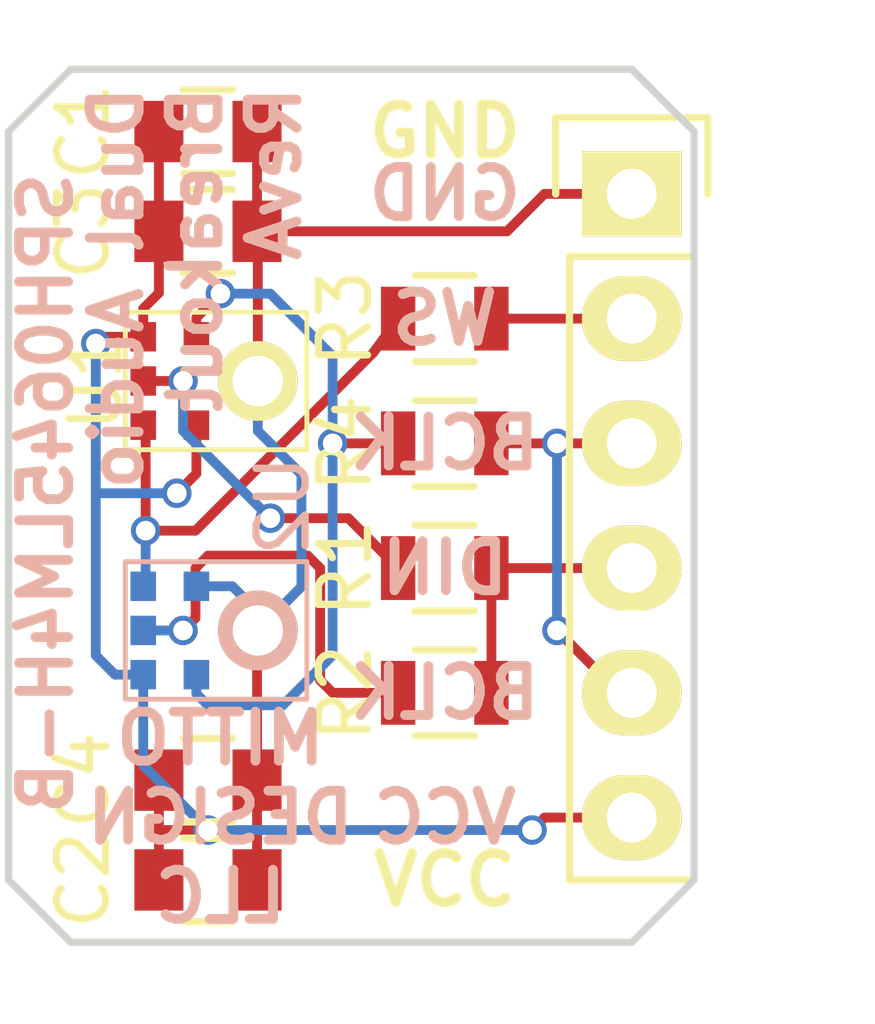
<source format=kicad_pcb>
(kicad_pcb (version 4) (host pcbnew 4.0.1-stable)

  (general
    (links 25)
    (no_connects 0)
    (area 127.27 87.501 145.316334 110.771)
    (thickness 1.6)
    (drawings 19)
    (tracks 92)
    (zones 0)
    (modules 11)
    (nets 10)
  )

  (page A4)
  (title_block
    (title "Dual Audio Breakout")
    (date 2016-10-18)
    (rev A)
    (company "MITTO DESIGN LLC")
    (comment 1 "Matthew Swarts")
  )

  (layers
    (0 F.Cu signal)
    (31 B.Cu signal)
    (32 B.Adhes user)
    (33 F.Adhes user)
    (34 B.Paste user)
    (35 F.Paste user)
    (36 B.SilkS user)
    (37 F.SilkS user)
    (38 B.Mask user)
    (39 F.Mask user)
    (40 Dwgs.User user)
    (41 Cmts.User user)
    (42 Eco1.User user)
    (43 Eco2.User user)
    (44 Edge.Cuts user)
    (45 Margin user)
    (46 B.CrtYd user)
    (47 F.CrtYd user)
    (48 B.Fab user)
    (49 F.Fab user)
  )

  (setup
    (last_trace_width 0.2)
    (user_trace_width 0.25)
    (user_trace_width 0.5)
    (trace_clearance 0.2)
    (zone_clearance 0.508)
    (zone_45_only no)
    (trace_min 0.2)
    (segment_width 0.2)
    (edge_width 0.15)
    (via_size 0.6)
    (via_drill 0.4)
    (via_min_size 0.4)
    (via_min_drill 0.3)
    (uvia_size 0.3)
    (uvia_drill 0.1)
    (uvias_allowed no)
    (uvia_min_size 0.2)
    (uvia_min_drill 0.1)
    (pcb_text_width 0.3)
    (pcb_text_size 1.5 1.5)
    (mod_edge_width 0.15)
    (mod_text_size 1 1)
    (mod_text_width 0.15)
    (pad_size 2 1.225)
    (pad_drill 1.00076)
    (pad_to_mask_clearance 0.2)
    (aux_axis_origin 0 0)
    (grid_origin 157.988 148.336)
    (visible_elements 7FFFFFFF)
    (pcbplotparams
      (layerselection 0x01000_00000001)
      (usegerberextensions false)
      (excludeedgelayer true)
      (linewidth 0.100000)
      (plotframeref false)
      (viasonmask false)
      (mode 1)
      (useauxorigin false)
      (hpglpennumber 1)
      (hpglpenspeed 20)
      (hpglpendiameter 15)
      (hpglpenoverlay 2)
      (psnegative false)
      (psa4output false)
      (plotreference true)
      (plotvalue true)
      (plotinvisibletext false)
      (padsonsilk false)
      (subtractmaskfromsilk false)
      (outputformat 1)
      (mirror false)
      (drillshape 0)
      (scaleselection 1)
      (outputdirectory gerbers/))
  )

  (net 0 "")
  (net 1 GND)
  (net 2 VCC)
  (net 3 "Net-(P1-Pad2)")
  (net 4 "Net-(P1-Pad3)")
  (net 5 DIN)
  (net 6 "Net-(R1-Pad2)")
  (net 7 "Net-(R2-Pad2)")
  (net 8 WS)
  (net 9 BCLK)

  (net_class Default "This is the default net class."
    (clearance 0.2)
    (trace_width 0.2)
    (via_dia 0.6)
    (via_drill 0.4)
    (uvia_dia 0.3)
    (uvia_drill 0.1)
    (add_net BCLK)
    (add_net DIN)
    (add_net GND)
    (add_net "Net-(P1-Pad2)")
    (add_net "Net-(P1-Pad3)")
    (add_net "Net-(R1-Pad2)")
    (add_net "Net-(R2-Pad2)")
    (add_net VCC)
    (add_net WS)
  )

  (module Capacitors_SMD:C_0805 (layer F.Cu) (tedit 5805B037) (tstamp 5805A3FF)
    (at 131.572 92.456)
    (descr "Capacitor SMD 0805, reflow soldering, AVX (see smccp.pdf)")
    (tags "capacitor 0805")
    (path /580607BC)
    (attr smd)
    (fp_text reference C1 (at -2.54 0 90) (layer F.SilkS)
      (effects (font (size 1 1) (thickness 0.15)))
    )
    (fp_text value 0.1uF (at 0 2.1) (layer F.Fab)
      (effects (font (size 1 1) (thickness 0.15)))
    )
    (fp_line (start -1.8 -1) (end 1.8 -1) (layer F.CrtYd) (width 0.05))
    (fp_line (start -1.8 1) (end 1.8 1) (layer F.CrtYd) (width 0.05))
    (fp_line (start -1.8 -1) (end -1.8 1) (layer F.CrtYd) (width 0.05))
    (fp_line (start 1.8 -1) (end 1.8 1) (layer F.CrtYd) (width 0.05))
    (fp_line (start 0.5 -0.85) (end -0.5 -0.85) (layer F.SilkS) (width 0.15))
    (fp_line (start -0.5 0.85) (end 0.5 0.85) (layer F.SilkS) (width 0.15))
    (pad 1 smd rect (at -1 0) (size 1 1.25) (layers F.Cu F.Paste F.Mask)
      (net 2 VCC))
    (pad 2 smd rect (at 1 0) (size 1 1.25) (layers F.Cu F.Paste F.Mask)
      (net 1 GND))
    (model Capacitors_SMD.3dshapes/C_0805.wrl
      (at (xyz 0 0 0))
      (scale (xyz 1 1 1))
      (rotate (xyz 0 0 0))
    )
  )

  (module Capacitors_SMD:C_0805 (layer F.Cu) (tedit 5805B045) (tstamp 5805A405)
    (at 131.572 107.696)
    (descr "Capacitor SMD 0805, reflow soldering, AVX (see smccp.pdf)")
    (tags "capacitor 0805")
    (path /580616C9)
    (attr smd)
    (fp_text reference C2 (at -2.54 0 90) (layer F.SilkS)
      (effects (font (size 1 1) (thickness 0.15)))
    )
    (fp_text value 0.1uF (at 0 2.1) (layer F.Fab)
      (effects (font (size 1 1) (thickness 0.15)))
    )
    (fp_line (start -1.8 -1) (end 1.8 -1) (layer F.CrtYd) (width 0.05))
    (fp_line (start -1.8 1) (end 1.8 1) (layer F.CrtYd) (width 0.05))
    (fp_line (start -1.8 -1) (end -1.8 1) (layer F.CrtYd) (width 0.05))
    (fp_line (start 1.8 -1) (end 1.8 1) (layer F.CrtYd) (width 0.05))
    (fp_line (start 0.5 -0.85) (end -0.5 -0.85) (layer F.SilkS) (width 0.15))
    (fp_line (start -0.5 0.85) (end 0.5 0.85) (layer F.SilkS) (width 0.15))
    (pad 1 smd rect (at -1 0) (size 1 1.25) (layers F.Cu F.Paste F.Mask)
      (net 2 VCC))
    (pad 2 smd rect (at 1 0) (size 1 1.25) (layers F.Cu F.Paste F.Mask)
      (net 1 GND))
    (model Capacitors_SMD.3dshapes/C_0805.wrl
      (at (xyz 0 0 0))
      (scale (xyz 1 1 1))
      (rotate (xyz 0 0 0))
    )
  )

  (module Capacitors_SMD:C_0805 (layer F.Cu) (tedit 5805B03A) (tstamp 5805A40B)
    (at 131.572 94.488)
    (descr "Capacitor SMD 0805, reflow soldering, AVX (see smccp.pdf)")
    (tags "capacitor 0805")
    (path /580605B0)
    (attr smd)
    (fp_text reference C3 (at -2.54 0 90) (layer F.SilkS)
      (effects (font (size 1 1) (thickness 0.15)))
    )
    (fp_text value 200pF (at 0 2.1) (layer F.Fab)
      (effects (font (size 1 1) (thickness 0.15)))
    )
    (fp_line (start -1.8 -1) (end 1.8 -1) (layer F.CrtYd) (width 0.05))
    (fp_line (start -1.8 1) (end 1.8 1) (layer F.CrtYd) (width 0.05))
    (fp_line (start -1.8 -1) (end -1.8 1) (layer F.CrtYd) (width 0.05))
    (fp_line (start 1.8 -1) (end 1.8 1) (layer F.CrtYd) (width 0.05))
    (fp_line (start 0.5 -0.85) (end -0.5 -0.85) (layer F.SilkS) (width 0.15))
    (fp_line (start -0.5 0.85) (end 0.5 0.85) (layer F.SilkS) (width 0.15))
    (pad 1 smd rect (at -1 0) (size 1 1.25) (layers F.Cu F.Paste F.Mask)
      (net 2 VCC))
    (pad 2 smd rect (at 1 0) (size 1 1.25) (layers F.Cu F.Paste F.Mask)
      (net 1 GND))
    (model Capacitors_SMD.3dshapes/C_0805.wrl
      (at (xyz 0 0 0))
      (scale (xyz 1 1 1))
      (rotate (xyz 0 0 0))
    )
  )

  (module Capacitors_SMD:C_0805 (layer F.Cu) (tedit 5805B042) (tstamp 5805A411)
    (at 131.572 105.664)
    (descr "Capacitor SMD 0805, reflow soldering, AVX (see smccp.pdf)")
    (tags "capacitor 0805")
    (path /580616C3)
    (attr smd)
    (fp_text reference C4 (at -2.54 0 90) (layer F.SilkS)
      (effects (font (size 1 1) (thickness 0.15)))
    )
    (fp_text value 200pF (at 0 2.1) (layer F.Fab)
      (effects (font (size 1 1) (thickness 0.15)))
    )
    (fp_line (start -1.8 -1) (end 1.8 -1) (layer F.CrtYd) (width 0.05))
    (fp_line (start -1.8 1) (end 1.8 1) (layer F.CrtYd) (width 0.05))
    (fp_line (start -1.8 -1) (end -1.8 1) (layer F.CrtYd) (width 0.05))
    (fp_line (start 1.8 -1) (end 1.8 1) (layer F.CrtYd) (width 0.05))
    (fp_line (start 0.5 -0.85) (end -0.5 -0.85) (layer F.SilkS) (width 0.15))
    (fp_line (start -0.5 0.85) (end 0.5 0.85) (layer F.SilkS) (width 0.15))
    (pad 1 smd rect (at -1 0) (size 1 1.25) (layers F.Cu F.Paste F.Mask)
      (net 2 VCC))
    (pad 2 smd rect (at 1 0) (size 1 1.25) (layers F.Cu F.Paste F.Mask)
      (net 1 GND))
    (model Capacitors_SMD.3dshapes/C_0805.wrl
      (at (xyz 0 0 0))
      (scale (xyz 1 1 1))
      (rotate (xyz 0 0 0))
    )
  )

  (module Pin_Headers:Pin_Header_Straight_1x06 (layer F.Cu) (tedit 5805B18E) (tstamp 5805A41B)
    (at 140.208 93.726)
    (descr "Through hole pin header")
    (tags "pin header")
    (path /58065C96)
    (fp_text reference P1 (at 0 -5.1) (layer F.SilkS) hide
      (effects (font (size 1 1) (thickness 0.15)))
    )
    (fp_text value CONN_01X06 (at 0 -3.1) (layer F.Fab)
      (effects (font (size 1 1) (thickness 0.15)))
    )
    (fp_line (start -1.75 -1.75) (end -1.75 14.45) (layer F.CrtYd) (width 0.05))
    (fp_line (start 1.75 -1.75) (end 1.75 14.45) (layer F.CrtYd) (width 0.05))
    (fp_line (start -1.75 -1.75) (end 1.75 -1.75) (layer F.CrtYd) (width 0.05))
    (fp_line (start -1.75 14.45) (end 1.75 14.45) (layer F.CrtYd) (width 0.05))
    (fp_line (start 1.27 1.27) (end 1.27 13.97) (layer F.SilkS) (width 0.15))
    (fp_line (start 1.27 13.97) (end -1.27 13.97) (layer F.SilkS) (width 0.15))
    (fp_line (start -1.27 13.97) (end -1.27 1.27) (layer F.SilkS) (width 0.15))
    (fp_line (start 1.55 -1.55) (end 1.55 0) (layer F.SilkS) (width 0.15))
    (fp_line (start 1.27 1.27) (end -1.27 1.27) (layer F.SilkS) (width 0.15))
    (fp_line (start -1.55 0) (end -1.55 -1.55) (layer F.SilkS) (width 0.15))
    (fp_line (start -1.55 -1.55) (end 1.55 -1.55) (layer F.SilkS) (width 0.15))
    (pad 1 thru_hole rect (at 0 0) (size 2.032 1.7272) (drill 1.016) (layers *.Cu *.Mask F.SilkS)
      (net 1 GND))
    (pad 2 thru_hole oval (at 0 2.54) (size 2.032 1.7272) (drill 1.016) (layers *.Cu *.Mask F.SilkS)
      (net 3 "Net-(P1-Pad2)"))
    (pad 3 thru_hole oval (at 0 5.08) (size 2.032 1.7272) (drill 1.016) (layers *.Cu *.Mask F.SilkS)
      (net 4 "Net-(P1-Pad3)"))
    (pad 4 thru_hole oval (at 0 7.62) (size 2.032 1.7272) (drill 1.016) (layers *.Cu *.Mask F.SilkS)
      (net 5 DIN))
    (pad 5 thru_hole oval (at 0 10.16) (size 2.032 1.7272) (drill 1.016) (layers *.Cu *.Mask F.SilkS)
      (net 4 "Net-(P1-Pad3)"))
    (pad 6 thru_hole oval (at 0 12.7) (size 2.032 1.7272) (drill 1.016) (layers *.Cu *.Mask F.SilkS)
      (net 2 VCC))
    (model Pin_Headers.3dshapes/Pin_Header_Straight_1x06.wrl
      (at (xyz 0 -0.25 0))
      (scale (xyz 1 1 1))
      (rotate (xyz 0 0 90))
    )
  )

  (module Resistors_SMD:R_0805 (layer F.Cu) (tedit 5805B066) (tstamp 5805A421)
    (at 136.398 101.346 180)
    (descr "Resistor SMD 0805, reflow soldering, Vishay (see dcrcw.pdf)")
    (tags "resistor 0805")
    (path /58062CFD)
    (attr smd)
    (fp_text reference R1 (at 2.032 0 270) (layer F.SilkS)
      (effects (font (size 1 1) (thickness 0.15)))
    )
    (fp_text value 27 (at 0 2.1 180) (layer F.Fab)
      (effects (font (size 1 1) (thickness 0.15)))
    )
    (fp_line (start -1.6 -1) (end 1.6 -1) (layer F.CrtYd) (width 0.05))
    (fp_line (start -1.6 1) (end 1.6 1) (layer F.CrtYd) (width 0.05))
    (fp_line (start -1.6 -1) (end -1.6 1) (layer F.CrtYd) (width 0.05))
    (fp_line (start 1.6 -1) (end 1.6 1) (layer F.CrtYd) (width 0.05))
    (fp_line (start 0.6 0.875) (end -0.6 0.875) (layer F.SilkS) (width 0.15))
    (fp_line (start -0.6 -0.875) (end 0.6 -0.875) (layer F.SilkS) (width 0.15))
    (pad 1 smd rect (at -0.95 0 180) (size 0.7 1.3) (layers F.Cu F.Paste F.Mask)
      (net 5 DIN))
    (pad 2 smd rect (at 0.95 0 180) (size 0.7 1.3) (layers F.Cu F.Paste F.Mask)
      (net 6 "Net-(R1-Pad2)"))
    (model Resistors_SMD.3dshapes/R_0805.wrl
      (at (xyz 0 0 0))
      (scale (xyz 1 1 1))
      (rotate (xyz 0 0 0))
    )
  )

  (module Resistors_SMD:R_0805 (layer F.Cu) (tedit 5805B069) (tstamp 5805A427)
    (at 136.398 103.886 180)
    (descr "Resistor SMD 0805, reflow soldering, Vishay (see dcrcw.pdf)")
    (tags "resistor 0805")
    (path /58062E22)
    (attr smd)
    (fp_text reference R2 (at 2.032 0 270) (layer F.SilkS)
      (effects (font (size 1 1) (thickness 0.15)))
    )
    (fp_text value 27 (at 0 2.1 180) (layer F.Fab)
      (effects (font (size 1 1) (thickness 0.15)))
    )
    (fp_line (start -1.6 -1) (end 1.6 -1) (layer F.CrtYd) (width 0.05))
    (fp_line (start -1.6 1) (end 1.6 1) (layer F.CrtYd) (width 0.05))
    (fp_line (start -1.6 -1) (end -1.6 1) (layer F.CrtYd) (width 0.05))
    (fp_line (start 1.6 -1) (end 1.6 1) (layer F.CrtYd) (width 0.05))
    (fp_line (start 0.6 0.875) (end -0.6 0.875) (layer F.SilkS) (width 0.15))
    (fp_line (start -0.6 -0.875) (end 0.6 -0.875) (layer F.SilkS) (width 0.15))
    (pad 1 smd rect (at -0.95 0 180) (size 0.7 1.3) (layers F.Cu F.Paste F.Mask)
      (net 5 DIN))
    (pad 2 smd rect (at 0.95 0 180) (size 0.7 1.3) (layers F.Cu F.Paste F.Mask)
      (net 7 "Net-(R2-Pad2)"))
    (model Resistors_SMD.3dshapes/R_0805.wrl
      (at (xyz 0 0 0))
      (scale (xyz 1 1 1))
      (rotate (xyz 0 0 0))
    )
  )

  (module Resistors_SMD:R_0805 (layer F.Cu) (tedit 5805B072) (tstamp 5805A42D)
    (at 136.398 96.266 180)
    (descr "Resistor SMD 0805, reflow soldering, Vishay (see dcrcw.pdf)")
    (tags "resistor 0805")
    (path /58062793)
    (attr smd)
    (fp_text reference R3 (at 2.032 0 270) (layer F.SilkS)
      (effects (font (size 1 1) (thickness 0.15)))
    )
    (fp_text value 27 (at 0 2.1 180) (layer F.Fab)
      (effects (font (size 1 1) (thickness 0.15)))
    )
    (fp_line (start -1.6 -1) (end 1.6 -1) (layer F.CrtYd) (width 0.05))
    (fp_line (start -1.6 1) (end 1.6 1) (layer F.CrtYd) (width 0.05))
    (fp_line (start -1.6 -1) (end -1.6 1) (layer F.CrtYd) (width 0.05))
    (fp_line (start 1.6 -1) (end 1.6 1) (layer F.CrtYd) (width 0.05))
    (fp_line (start 0.6 0.875) (end -0.6 0.875) (layer F.SilkS) (width 0.15))
    (fp_line (start -0.6 -0.875) (end 0.6 -0.875) (layer F.SilkS) (width 0.15))
    (pad 1 smd rect (at -0.95 0 180) (size 0.7 1.3) (layers F.Cu F.Paste F.Mask)
      (net 3 "Net-(P1-Pad2)"))
    (pad 2 smd rect (at 0.95 0 180) (size 0.7 1.3) (layers F.Cu F.Paste F.Mask)
      (net 8 WS))
    (model Resistors_SMD.3dshapes/R_0805.wrl
      (at (xyz 0 0 0))
      (scale (xyz 1 1 1))
      (rotate (xyz 0 0 0))
    )
  )

  (module Resistors_SMD:R_0805 (layer F.Cu) (tedit 5805B060) (tstamp 5805A433)
    (at 136.398 98.806 180)
    (descr "Resistor SMD 0805, reflow soldering, Vishay (see dcrcw.pdf)")
    (tags "resistor 0805")
    (path /580629D2)
    (attr smd)
    (fp_text reference R4 (at 2.032 0 270) (layer F.SilkS)
      (effects (font (size 1 1) (thickness 0.15)))
    )
    (fp_text value 27 (at 0 2.1 180) (layer F.Fab)
      (effects (font (size 1 1) (thickness 0.15)))
    )
    (fp_line (start -1.6 -1) (end 1.6 -1) (layer F.CrtYd) (width 0.05))
    (fp_line (start -1.6 1) (end 1.6 1) (layer F.CrtYd) (width 0.05))
    (fp_line (start -1.6 -1) (end -1.6 1) (layer F.CrtYd) (width 0.05))
    (fp_line (start 1.6 -1) (end 1.6 1) (layer F.CrtYd) (width 0.05))
    (fp_line (start 0.6 0.875) (end -0.6 0.875) (layer F.SilkS) (width 0.15))
    (fp_line (start -0.6 -0.875) (end 0.6 -0.875) (layer F.SilkS) (width 0.15))
    (pad 1 smd rect (at -0.95 0 180) (size 0.7 1.3) (layers F.Cu F.Paste F.Mask)
      (net 4 "Net-(P1-Pad3)"))
    (pad 2 smd rect (at 0.95 0 180) (size 0.7 1.3) (layers F.Cu F.Paste F.Mask)
      (net 9 BCLK))
    (model Resistors_SMD.3dshapes/R_0805.wrl
      (at (xyz 0 0 0))
      (scale (xyz 1 1 1))
      (rotate (xyz 0 0 0))
    )
  )

  (module MyKiCadParts:SPH0645LM4H-B (layer F.Cu) (tedit 5805B077) (tstamp 5805A43D)
    (at 132.588 97.536 90)
    (path /5805DDDC)
    (fp_text reference U1 (at 0 -3.302 90) (layer F.SilkS)
      (effects (font (size 1 1) (thickness 0.15)))
    )
    (fp_text value SPH0645LM4H-B (at 0 1.8 90) (layer F.Fab)
      (effects (font (size 1 1) (thickness 0.15)))
    )
    (fp_line (start -1.4 1) (end 1.4 1) (layer F.SilkS) (width 0.1))
    (fp_line (start 1.4 1) (end 1.4 -2.7) (layer F.SilkS) (width 0.1))
    (fp_line (start 1.4 -2.7) (end -1.4 -2.7) (layer F.SilkS) (width 0.1))
    (fp_line (start -1.4 -2.7) (end -1.4 1) (layer F.SilkS) (width 0.1))
    (pad 4 smd rect (at 0.9 -1.252 90) (size 0.6 0.522) (layers F.Cu F.Paste F.Mask)
      (net 9 BCLK))
    (pad 5 smd rect (at 0.9 -2.335 90) (size 0.6 0.522) (layers F.Cu F.Paste F.Mask)
      (net 2 VCC))
    (pad 2 smd rect (at -0.9 -1.252 90) (size 0.6 0.522) (layers F.Cu F.Paste F.Mask)
      (net 2 VCC))
    (pad 1 smd rect (at -0.9 -2.335 90) (size 0.6 0.522) (layers F.Cu F.Paste F.Mask)
      (net 8 WS))
    (pad 3 thru_hole circle (at 0 0 90) (size 1.624 1.624) (drill 1.024) (layers *.Cu *.Mask F.SilkS)
      (net 1 GND))
    (pad 6 smd rect (at 0 -2.335 90) (size 0.6 0.522) (layers F.Cu F.Paste F.Mask)
      (net 6 "Net-(R1-Pad2)"))
  )

  (module MyKiCadParts:SPH0645LM4H-B (layer B.Cu) (tedit 5805B0BB) (tstamp 5805A447)
    (at 132.588 102.616 270)
    (path /5805DE88)
    (fp_text reference U2 (at -2.54 -0.508 270) (layer B.SilkS)
      (effects (font (size 1 1) (thickness 0.15)) (justify mirror))
    )
    (fp_text value SPH0645LM4H-B (at 0 -1.8 270) (layer B.Fab)
      (effects (font (size 1 1) (thickness 0.15)) (justify mirror))
    )
    (fp_line (start -1.4 -1) (end 1.4 -1) (layer B.SilkS) (width 0.1))
    (fp_line (start 1.4 -1) (end 1.4 2.7) (layer B.SilkS) (width 0.1))
    (fp_line (start 1.4 2.7) (end -1.4 2.7) (layer B.SilkS) (width 0.1))
    (fp_line (start -1.4 2.7) (end -1.4 -1) (layer B.SilkS) (width 0.1))
    (pad 4 smd rect (at 0.9 1.252 270) (size 0.6 0.522) (layers B.Cu B.Paste B.Mask)
      (net 9 BCLK))
    (pad 5 smd rect (at 0.9 2.335 270) (size 0.6 0.522) (layers B.Cu B.Paste B.Mask)
      (net 2 VCC))
    (pad 2 smd rect (at -0.9 1.252 270) (size 0.6 0.522) (layers B.Cu B.Paste B.Mask)
      (net 1 GND))
    (pad 1 smd rect (at -0.9 2.335 270) (size 0.6 0.522) (layers B.Cu B.Paste B.Mask)
      (net 8 WS))
    (pad 3 thru_hole circle (at 0 0 270) (size 1.624 1.624) (drill 1.024) (layers *.Cu *.Mask B.SilkS)
      (net 1 GND))
    (pad 6 smd rect (at 0 2.335 270) (size 0.6 0.522) (layers B.Cu B.Paste B.Mask)
      (net 7 "Net-(R2-Pad2)"))
  )

  (gr_text "MITTO\nDESIGN\nLLC" (at 131.826 106.426) (layer B.SilkS)
    (effects (font (size 1 1) (thickness 0.2)) (justify mirror))
  )
  (gr_text "Dual Audio\nBreakout\nRevA" (at 131.318 91.44 90) (layer B.SilkS)
    (effects (font (size 1 1) (thickness 0.2)) (justify left mirror))
  )
  (gr_text SPH0645LM4H-B (at 128.27 99.822 90) (layer B.SilkS)
    (effects (font (size 1 1) (thickness 0.2)) (justify mirror))
  )
  (gr_text VCC (at 136.398 106.426) (layer B.SilkS)
    (effects (font (size 1 1) (thickness 0.2)) (justify mirror))
  )
  (gr_text BCLK (at 136.398 103.886) (layer B.SilkS)
    (effects (font (size 1 1) (thickness 0.2)) (justify mirror))
  )
  (gr_text DIN (at 136.398 101.346) (layer B.SilkS)
    (effects (font (size 1 1) (thickness 0.2)) (justify mirror))
  )
  (gr_text BCLK (at 136.398 98.806) (layer B.SilkS)
    (effects (font (size 1 1) (thickness 0.2)) (justify mirror))
  )
  (gr_text WS (at 136.398 96.266) (layer B.SilkS)
    (effects (font (size 1 1) (thickness 0.2)) (justify mirror))
  )
  (gr_text GND (at 136.398 93.726) (layer B.SilkS)
    (effects (font (size 1 1) (thickness 0.2)) (justify mirror))
  )
  (gr_text GND (at 136.398 92.456) (layer F.SilkS)
    (effects (font (size 1 1) (thickness 0.2)))
  )
  (gr_text VCC (at 136.398 107.696) (layer F.SilkS)
    (effects (font (size 1 1) (thickness 0.2)))
  )
  (gr_line (start 141.478 92.456) (end 141.478 107.696) (angle 90) (layer Edge.Cuts) (width 0.15))
  (gr_line (start 128.778 108.966) (end 140.208 108.966) (angle 90) (layer Edge.Cuts) (width 0.15))
  (gr_line (start 127.508 107.696) (end 128.778 108.966) (angle 90) (layer Edge.Cuts) (width 0.15))
  (gr_line (start 127.508 92.456) (end 127.508 107.696) (angle 90) (layer Edge.Cuts) (width 0.15))
  (gr_line (start 128.778 91.186) (end 127.508 92.456) (angle 90) (layer Edge.Cuts) (width 0.15))
  (gr_line (start 140.208 91.186) (end 128.778 91.186) (angle 90) (layer Edge.Cuts) (width 0.15))
  (gr_line (start 141.478 92.456) (end 140.208 91.186) (angle 90) (layer Edge.Cuts) (width 0.15))
  (gr_line (start 141.478 107.696) (end 140.208 108.966) (angle 90) (layer Edge.Cuts) (width 0.15))

  (segment (start 131.336 101.716) (end 132.069 101.716) (width 0.2) (layer B.Cu) (net 1))
  (segment (start 132.069 101.716) (end 132.588 102.235) (width 0.2) (layer B.Cu) (net 1) (tstamp 5805AC82))
  (segment (start 132.588 102.235) (end 132.588 102.616) (width 0.2) (layer B.Cu) (net 1) (tstamp 5805AC86))
  (segment (start 132.588 102.616) (end 133.477 101.727) (width 0.2) (layer B.Cu) (net 1))
  (segment (start 132.588 98.552) (end 132.588 97.536) (width 0.2) (layer B.Cu) (net 1) (tstamp 5805AC6F))
  (segment (start 133.477 99.441) (end 132.588 98.552) (width 0.2) (layer B.Cu) (net 1) (tstamp 5805AC6D))
  (segment (start 133.477 101.727) (end 133.477 99.441) (width 0.2) (layer B.Cu) (net 1) (tstamp 5805AC5C))
  (segment (start 132.572 94.488) (end 132.588 94.504) (width 0.2) (layer F.Cu) (net 1))
  (segment (start 132.588 94.504) (end 132.588 97.536) (width 0.2) (layer F.Cu) (net 1) (tstamp 5805A940))
  (segment (start 140.208 93.726) (end 138.43 93.726) (width 0.2) (layer F.Cu) (net 1))
  (segment (start 137.668 94.488) (end 132.572 94.488) (width 0.2) (layer F.Cu) (net 1) (tstamp 5805A8B8))
  (segment (start 138.43 93.726) (end 137.668 94.488) (width 0.2) (layer F.Cu) (net 1) (tstamp 5805A8B4))
  (segment (start 132.572 105.664) (end 132.572 102.632) (width 0.2) (layer F.Cu) (net 1))
  (segment (start 132.572 102.632) (end 132.588 102.616) (width 0.2) (layer F.Cu) (net 1) (tstamp 5805A866))
  (segment (start 132.572 107.696) (end 132.572 105.664) (width 0.2) (layer F.Cu) (net 1))
  (segment (start 132.572 92.456) (end 132.572 94.488) (width 0.2) (layer F.Cu) (net 1))
  (segment (start 131.336 98.436) (end 131.336 99.423) (width 0.2) (layer F.Cu) (net 2))
  (segment (start 130.937 99.822) (end 129.286 99.822) (width 0.2) (layer B.Cu) (net 2) (tstamp 5805ACAB))
  (via (at 130.937 99.822) (size 0.6) (drill 0.4) (layers F.Cu B.Cu) (net 2))
  (segment (start 131.336 99.423) (end 130.937 99.822) (width 0.2) (layer F.Cu) (net 2) (tstamp 5805ACA7))
  (segment (start 130.253 103.516) (end 129.678 103.516) (width 0.2) (layer B.Cu) (net 2))
  (segment (start 129.424 96.636) (end 130.253 96.636) (width 0.2) (layer F.Cu) (net 2) (tstamp 5805AB77))
  (segment (start 129.286 96.774) (end 129.424 96.636) (width 0.2) (layer F.Cu) (net 2) (tstamp 5805AB76))
  (via (at 129.286 96.774) (size 0.6) (drill 0.4) (layers F.Cu B.Cu) (net 2))
  (segment (start 129.286 103.124) (end 129.286 99.822) (width 0.2) (layer B.Cu) (net 2) (tstamp 5805AB59))
  (segment (start 129.286 99.822) (end 129.286 96.774) (width 0.2) (layer B.Cu) (net 2) (tstamp 5805ACAE))
  (segment (start 129.678 103.516) (end 129.286 103.124) (width 0.2) (layer B.Cu) (net 2) (tstamp 5805AB55))
  (segment (start 131.572 106.68) (end 130.253 105.361) (width 0.2) (layer B.Cu) (net 2))
  (segment (start 130.253 105.361) (end 130.253 103.516) (width 0.2) (layer B.Cu) (net 2) (tstamp 5805A922))
  (segment (start 140.208 106.426) (end 138.43 106.426) (width 0.2) (layer F.Cu) (net 2))
  (segment (start 131.572 106.68) (end 130.572 106.68) (width 0.2) (layer F.Cu) (net 2) (tstamp 5805A8F3))
  (via (at 131.572 106.68) (size 0.6) (drill 0.4) (layers F.Cu B.Cu) (net 2))
  (segment (start 138.176 106.68) (end 131.572 106.68) (width 0.2) (layer B.Cu) (net 2) (tstamp 5805A8EF))
  (via (at 138.176 106.68) (size 0.6) (drill 0.4) (layers F.Cu B.Cu) (net 2))
  (segment (start 138.43 106.426) (end 138.176 106.68) (width 0.2) (layer F.Cu) (net 2) (tstamp 5805A8E3))
  (segment (start 130.572 106.68) (end 130.556 106.68) (width 0.2) (layer F.Cu) (net 2) (tstamp 5805A8F4))
  (segment (start 130.556 106.68) (end 130.572 106.68) (width 0.2) (layer F.Cu) (net 2) (tstamp 5805A8F6))
  (segment (start 130.572 107.696) (end 130.572 106.68) (width 0.2) (layer F.Cu) (net 2))
  (segment (start 130.572 106.68) (end 130.572 105.664) (width 0.2) (layer F.Cu) (net 2) (tstamp 5805A8F7))
  (segment (start 130.253 96.636) (end 130.253 96.061) (width 0.2) (layer F.Cu) (net 2))
  (segment (start 130.253 96.061) (end 130.572 95.742) (width 0.2) (layer F.Cu) (net 2) (tstamp 5805A858))
  (segment (start 130.572 95.742) (end 130.572 94.488) (width 0.2) (layer F.Cu) (net 2) (tstamp 5805A859))
  (segment (start 130.572 92.456) (end 130.572 94.488) (width 0.2) (layer F.Cu) (net 2))
  (segment (start 137.348 96.266) (end 140.208 96.266) (width 0.2) (layer F.Cu) (net 3))
  (segment (start 140.208 103.886) (end 139.954 103.886) (width 0.2) (layer F.Cu) (net 4))
  (segment (start 139.954 103.886) (end 138.684 102.616) (width 0.2) (layer F.Cu) (net 4) (tstamp 5805A889))
  (via (at 138.684 102.616) (size 0.6) (drill 0.4) (layers F.Cu B.Cu) (net 4))
  (segment (start 138.684 102.616) (end 138.684 98.806) (width 0.2) (layer B.Cu) (net 4) (tstamp 5805A88D))
  (via (at 138.684 98.806) (size 0.6) (drill 0.4) (layers F.Cu B.Cu) (net 4))
  (segment (start 137.348 98.806) (end 138.684 98.806) (width 0.2) (layer F.Cu) (net 4))
  (segment (start 138.684 98.806) (end 140.208 98.806) (width 0.2) (layer F.Cu) (net 4) (tstamp 5805A892))
  (segment (start 137.348 103.886) (end 137.348 101.346) (width 0.2) (layer F.Cu) (net 5))
  (segment (start 137.348 101.346) (end 140.208 101.346) (width 0.2) (layer F.Cu) (net 5))
  (segment (start 130.253 97.536) (end 131.064 97.536) (width 0.2) (layer F.Cu) (net 6))
  (segment (start 134.432 100.33) (end 135.448 101.346) (width 0.2) (layer F.Cu) (net 6) (tstamp 5805AC56))
  (segment (start 132.842 100.33) (end 134.432 100.33) (width 0.2) (layer F.Cu) (net 6) (tstamp 5805AC55))
  (via (at 132.842 100.33) (size 0.6) (drill 0.4) (layers F.Cu B.Cu) (net 6))
  (segment (start 131.064 98.552) (end 132.842 100.33) (width 0.2) (layer B.Cu) (net 6) (tstamp 5805AC47))
  (segment (start 131.064 97.536) (end 131.064 98.552) (width 0.2) (layer B.Cu) (net 6) (tstamp 5805AC46))
  (via (at 131.064 97.536) (size 0.6) (drill 0.4) (layers F.Cu B.Cu) (net 6))
  (segment (start 135.382 101.346) (end 135.448 101.346) (width 0.2) (layer F.Cu) (net 6) (tstamp 5805ABD7))
  (segment (start 130.253 102.616) (end 131.064 102.616) (width 0.2) (layer B.Cu) (net 7))
  (segment (start 134.112 103.886) (end 135.448 103.886) (width 0.2) (layer F.Cu) (net 7) (tstamp 5805A9ED))
  (segment (start 133.858 103.632) (end 134.112 103.886) (width 0.2) (layer F.Cu) (net 7) (tstamp 5805A9EB))
  (segment (start 133.858 101.346) (end 133.858 103.632) (width 0.2) (layer F.Cu) (net 7) (tstamp 5805A9E8))
  (segment (start 133.604 101.092) (end 133.858 101.346) (width 0.2) (layer F.Cu) (net 7) (tstamp 5805A9DD))
  (segment (start 131.572 101.092) (end 133.604 101.092) (width 0.2) (layer F.Cu) (net 7) (tstamp 5805A9DB))
  (segment (start 131.318 101.346) (end 131.572 101.092) (width 0.2) (layer F.Cu) (net 7) (tstamp 5805A9DA))
  (segment (start 131.318 102.362) (end 131.318 101.346) (width 0.2) (layer F.Cu) (net 7) (tstamp 5805A9CA))
  (segment (start 131.064 102.616) (end 131.318 102.362) (width 0.2) (layer F.Cu) (net 7) (tstamp 5805A9C9))
  (via (at 131.064 102.616) (size 0.6) (drill 0.4) (layers F.Cu B.Cu) (net 7))
  (segment (start 135.448 96.266) (end 134.94 96.962) (width 0.2) (layer F.Cu) (net 8))
  (segment (start 134.94 96.962) (end 131.318 100.584) (width 0.2) (layer F.Cu) (net 8) (tstamp 5805AB34))
  (segment (start 131.318 100.584) (end 130.302 100.584) (width 0.2) (layer F.Cu) (net 8) (tstamp 5805AB3B))
  (segment (start 130.253 101.716) (end 130.302 101.667) (width 0.2) (layer B.Cu) (net 8))
  (segment (start 130.302 101.667) (end 130.302 100.584) (width 0.2) (layer B.Cu) (net 8) (tstamp 5805A930))
  (via (at 130.302 100.584) (size 0.6) (drill 0.4) (layers F.Cu B.Cu) (net 8))
  (segment (start 130.302 100.584) (end 130.302 98.485) (width 0.2) (layer F.Cu) (net 8) (tstamp 5805A933))
  (segment (start 130.302 98.485) (end 130.253 98.436) (width 0.2) (layer F.Cu) (net 8) (tstamp 5805A934))
  (segment (start 134.112 98.806) (end 134.112 103.124) (width 0.2) (layer B.Cu) (net 9))
  (segment (start 131.336 103.904) (end 131.336 103.516) (width 0.2) (layer B.Cu) (net 9) (tstamp 5805AB06))
  (segment (start 131.572 104.14) (end 131.336 103.904) (width 0.2) (layer B.Cu) (net 9) (tstamp 5805AB05))
  (segment (start 133.096 104.14) (end 131.572 104.14) (width 0.2) (layer B.Cu) (net 9) (tstamp 5805AB00))
  (segment (start 134.112 103.124) (end 133.096 104.14) (width 0.2) (layer B.Cu) (net 9) (tstamp 5805AAF9))
  (segment (start 131.336 96.636) (end 131.336 96.248) (width 0.2) (layer F.Cu) (net 9))
  (segment (start 134.112 98.806) (end 135.448 98.806) (width 0.2) (layer F.Cu) (net 9) (tstamp 5805AAE9))
  (via (at 134.112 98.806) (size 0.6) (drill 0.4) (layers F.Cu B.Cu) (net 9))
  (segment (start 134.112 97.028) (end 134.112 98.806) (width 0.2) (layer B.Cu) (net 9) (tstamp 5805AADD))
  (segment (start 132.842 95.758) (end 134.112 97.028) (width 0.2) (layer B.Cu) (net 9) (tstamp 5805AAD7))
  (segment (start 131.826 95.758) (end 132.842 95.758) (width 0.2) (layer B.Cu) (net 9) (tstamp 5805AAD6))
  (via (at 131.826 95.758) (size 0.6) (drill 0.4) (layers F.Cu B.Cu) (net 9))
  (segment (start 131.336 96.248) (end 131.826 95.758) (width 0.2) (layer F.Cu) (net 9) (tstamp 5805AACB))

)

</source>
